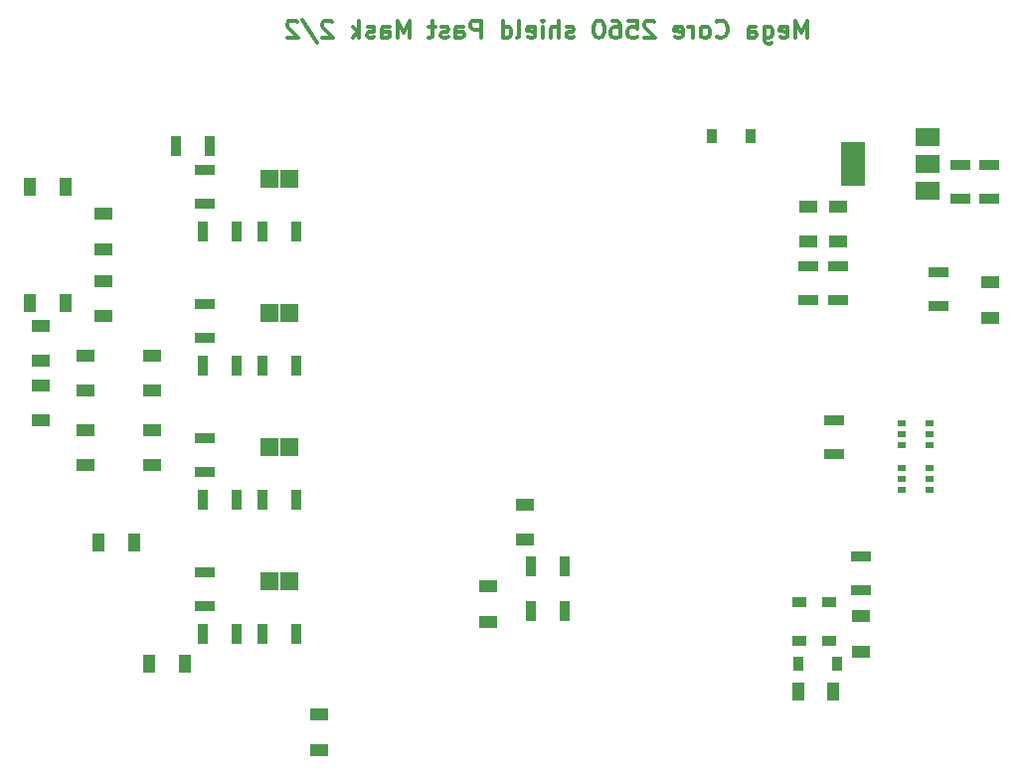
<source format=gbr>
G04 #@! TF.GenerationSoftware,KiCad,Pcbnew,(5.0.2)-1*
G04 #@! TF.CreationDate,2019-09-02T11:04:32+02:00*
G04 #@! TF.ProjectId,Mega_2560 core mini_full_2.2,4d656761-5f32-4353-9630-20636f726520,2.2*
G04 #@! TF.SameCoordinates,Original*
G04 #@! TF.FileFunction,Paste,Bot*
G04 #@! TF.FilePolarity,Positive*
%FSLAX46Y46*%
G04 Gerber Fmt 4.6, Leading zero omitted, Abs format (unit mm)*
G04 Created by KiCad (PCBNEW (5.0.2)-1) date 02/09/2019 11:04:32*
%MOMM*%
%LPD*%
G01*
G04 APERTURE LIST*
%ADD10C,0.300000*%
%ADD11R,1.000000X1.600000*%
%ADD12R,1.200000X0.900000*%
%ADD13R,0.800000X0.550000*%
%ADD14R,1.700000X0.900000*%
%ADD15R,0.900000X1.700000*%
%ADD16R,0.900000X1.200000*%
%ADD17R,1.600000X1.000000*%
%ADD18R,2.000000X3.800000*%
%ADD19R,2.000000X1.500000*%
%ADD20R,1.524000X1.524000*%
G04 APERTURE END LIST*
D10*
X208639662Y-58113051D02*
X208639662Y-56613051D01*
X208139662Y-57684480D01*
X207639662Y-56613051D01*
X207639662Y-58113051D01*
X206353948Y-58041622D02*
X206496805Y-58113051D01*
X206782520Y-58113051D01*
X206925377Y-58041622D01*
X206996805Y-57898765D01*
X206996805Y-57327337D01*
X206925377Y-57184480D01*
X206782520Y-57113051D01*
X206496805Y-57113051D01*
X206353948Y-57184480D01*
X206282520Y-57327337D01*
X206282520Y-57470194D01*
X206996805Y-57613051D01*
X204996805Y-57113051D02*
X204996805Y-58327337D01*
X205068234Y-58470194D01*
X205139662Y-58541622D01*
X205282520Y-58613051D01*
X205496805Y-58613051D01*
X205639662Y-58541622D01*
X204996805Y-58041622D02*
X205139662Y-58113051D01*
X205425377Y-58113051D01*
X205568234Y-58041622D01*
X205639662Y-57970194D01*
X205711091Y-57827337D01*
X205711091Y-57398765D01*
X205639662Y-57255908D01*
X205568234Y-57184480D01*
X205425377Y-57113051D01*
X205139662Y-57113051D01*
X204996805Y-57184480D01*
X203639662Y-58113051D02*
X203639662Y-57327337D01*
X203711091Y-57184480D01*
X203853948Y-57113051D01*
X204139662Y-57113051D01*
X204282520Y-57184480D01*
X203639662Y-58041622D02*
X203782520Y-58113051D01*
X204139662Y-58113051D01*
X204282520Y-58041622D01*
X204353948Y-57898765D01*
X204353948Y-57755908D01*
X204282520Y-57613051D01*
X204139662Y-57541622D01*
X203782520Y-57541622D01*
X203639662Y-57470194D01*
X200925377Y-57970194D02*
X200996805Y-58041622D01*
X201211091Y-58113051D01*
X201353948Y-58113051D01*
X201568234Y-58041622D01*
X201711091Y-57898765D01*
X201782520Y-57755908D01*
X201853948Y-57470194D01*
X201853948Y-57255908D01*
X201782520Y-56970194D01*
X201711091Y-56827337D01*
X201568234Y-56684480D01*
X201353948Y-56613051D01*
X201211091Y-56613051D01*
X200996805Y-56684480D01*
X200925377Y-56755908D01*
X200068234Y-58113051D02*
X200211091Y-58041622D01*
X200282520Y-57970194D01*
X200353948Y-57827337D01*
X200353948Y-57398765D01*
X200282520Y-57255908D01*
X200211091Y-57184480D01*
X200068234Y-57113051D01*
X199853948Y-57113051D01*
X199711091Y-57184480D01*
X199639662Y-57255908D01*
X199568234Y-57398765D01*
X199568234Y-57827337D01*
X199639662Y-57970194D01*
X199711091Y-58041622D01*
X199853948Y-58113051D01*
X200068234Y-58113051D01*
X198925377Y-58113051D02*
X198925377Y-57113051D01*
X198925377Y-57398765D02*
X198853948Y-57255908D01*
X198782520Y-57184480D01*
X198639662Y-57113051D01*
X198496805Y-57113051D01*
X197425377Y-58041622D02*
X197568234Y-58113051D01*
X197853948Y-58113051D01*
X197996805Y-58041622D01*
X198068234Y-57898765D01*
X198068234Y-57327337D01*
X197996805Y-57184480D01*
X197853948Y-57113051D01*
X197568234Y-57113051D01*
X197425377Y-57184480D01*
X197353948Y-57327337D01*
X197353948Y-57470194D01*
X198068234Y-57613051D01*
X195639662Y-56755908D02*
X195568234Y-56684480D01*
X195425377Y-56613051D01*
X195068234Y-56613051D01*
X194925377Y-56684480D01*
X194853948Y-56755908D01*
X194782520Y-56898765D01*
X194782520Y-57041622D01*
X194853948Y-57255908D01*
X195711091Y-58113051D01*
X194782520Y-58113051D01*
X193425377Y-56613051D02*
X194139662Y-56613051D01*
X194211091Y-57327337D01*
X194139662Y-57255908D01*
X193996805Y-57184480D01*
X193639662Y-57184480D01*
X193496805Y-57255908D01*
X193425377Y-57327337D01*
X193353948Y-57470194D01*
X193353948Y-57827337D01*
X193425377Y-57970194D01*
X193496805Y-58041622D01*
X193639662Y-58113051D01*
X193996805Y-58113051D01*
X194139662Y-58041622D01*
X194211091Y-57970194D01*
X192068234Y-56613051D02*
X192353948Y-56613051D01*
X192496805Y-56684480D01*
X192568234Y-56755908D01*
X192711091Y-56970194D01*
X192782520Y-57255908D01*
X192782520Y-57827337D01*
X192711091Y-57970194D01*
X192639662Y-58041622D01*
X192496805Y-58113051D01*
X192211091Y-58113051D01*
X192068234Y-58041622D01*
X191996805Y-57970194D01*
X191925377Y-57827337D01*
X191925377Y-57470194D01*
X191996805Y-57327337D01*
X192068234Y-57255908D01*
X192211091Y-57184480D01*
X192496805Y-57184480D01*
X192639662Y-57255908D01*
X192711091Y-57327337D01*
X192782520Y-57470194D01*
X190996805Y-56613051D02*
X190853948Y-56613051D01*
X190711091Y-56684480D01*
X190639662Y-56755908D01*
X190568234Y-56898765D01*
X190496805Y-57184480D01*
X190496805Y-57541622D01*
X190568234Y-57827337D01*
X190639662Y-57970194D01*
X190711091Y-58041622D01*
X190853948Y-58113051D01*
X190996805Y-58113051D01*
X191139662Y-58041622D01*
X191211091Y-57970194D01*
X191282520Y-57827337D01*
X191353948Y-57541622D01*
X191353948Y-57184480D01*
X191282520Y-56898765D01*
X191211091Y-56755908D01*
X191139662Y-56684480D01*
X190996805Y-56613051D01*
X188782520Y-58041622D02*
X188639662Y-58113051D01*
X188353948Y-58113051D01*
X188211091Y-58041622D01*
X188139662Y-57898765D01*
X188139662Y-57827337D01*
X188211091Y-57684480D01*
X188353948Y-57613051D01*
X188568234Y-57613051D01*
X188711091Y-57541622D01*
X188782520Y-57398765D01*
X188782520Y-57327337D01*
X188711091Y-57184480D01*
X188568234Y-57113051D01*
X188353948Y-57113051D01*
X188211091Y-57184480D01*
X187496805Y-58113051D02*
X187496805Y-56613051D01*
X186853948Y-58113051D02*
X186853948Y-57327337D01*
X186925377Y-57184480D01*
X187068234Y-57113051D01*
X187282520Y-57113051D01*
X187425377Y-57184480D01*
X187496805Y-57255908D01*
X186139662Y-58113051D02*
X186139662Y-57113051D01*
X186139662Y-56613051D02*
X186211091Y-56684480D01*
X186139662Y-56755908D01*
X186068234Y-56684480D01*
X186139662Y-56613051D01*
X186139662Y-56755908D01*
X184853948Y-58041622D02*
X184996805Y-58113051D01*
X185282520Y-58113051D01*
X185425377Y-58041622D01*
X185496805Y-57898765D01*
X185496805Y-57327337D01*
X185425377Y-57184480D01*
X185282520Y-57113051D01*
X184996805Y-57113051D01*
X184853948Y-57184480D01*
X184782520Y-57327337D01*
X184782520Y-57470194D01*
X185496805Y-57613051D01*
X183925377Y-58113051D02*
X184068234Y-58041622D01*
X184139662Y-57898765D01*
X184139662Y-56613051D01*
X182711091Y-58113051D02*
X182711091Y-56613051D01*
X182711091Y-58041622D02*
X182853948Y-58113051D01*
X183139662Y-58113051D01*
X183282520Y-58041622D01*
X183353948Y-57970194D01*
X183425377Y-57827337D01*
X183425377Y-57398765D01*
X183353948Y-57255908D01*
X183282520Y-57184480D01*
X183139662Y-57113051D01*
X182853948Y-57113051D01*
X182711091Y-57184480D01*
X180853948Y-58113051D02*
X180853948Y-56613051D01*
X180282520Y-56613051D01*
X180139662Y-56684480D01*
X180068234Y-56755908D01*
X179996805Y-56898765D01*
X179996805Y-57113051D01*
X180068234Y-57255908D01*
X180139662Y-57327337D01*
X180282520Y-57398765D01*
X180853948Y-57398765D01*
X178711091Y-58113051D02*
X178711091Y-57327337D01*
X178782520Y-57184480D01*
X178925377Y-57113051D01*
X179211091Y-57113051D01*
X179353948Y-57184480D01*
X178711091Y-58041622D02*
X178853948Y-58113051D01*
X179211091Y-58113051D01*
X179353948Y-58041622D01*
X179425377Y-57898765D01*
X179425377Y-57755908D01*
X179353948Y-57613051D01*
X179211091Y-57541622D01*
X178853948Y-57541622D01*
X178711091Y-57470194D01*
X178068234Y-58041622D02*
X177925377Y-58113051D01*
X177639662Y-58113051D01*
X177496805Y-58041622D01*
X177425377Y-57898765D01*
X177425377Y-57827337D01*
X177496805Y-57684480D01*
X177639662Y-57613051D01*
X177853948Y-57613051D01*
X177996805Y-57541622D01*
X178068234Y-57398765D01*
X178068234Y-57327337D01*
X177996805Y-57184480D01*
X177853948Y-57113051D01*
X177639662Y-57113051D01*
X177496805Y-57184480D01*
X176996805Y-57113051D02*
X176425377Y-57113051D01*
X176782520Y-56613051D02*
X176782520Y-57898765D01*
X176711091Y-58041622D01*
X176568234Y-58113051D01*
X176425377Y-58113051D01*
X174782520Y-58113051D02*
X174782520Y-56613051D01*
X174282520Y-57684480D01*
X173782520Y-56613051D01*
X173782520Y-58113051D01*
X172425377Y-58113051D02*
X172425377Y-57327337D01*
X172496805Y-57184480D01*
X172639662Y-57113051D01*
X172925377Y-57113051D01*
X173068234Y-57184480D01*
X172425377Y-58041622D02*
X172568234Y-58113051D01*
X172925377Y-58113051D01*
X173068234Y-58041622D01*
X173139662Y-57898765D01*
X173139662Y-57755908D01*
X173068234Y-57613051D01*
X172925377Y-57541622D01*
X172568234Y-57541622D01*
X172425377Y-57470194D01*
X171782520Y-58041622D02*
X171639662Y-58113051D01*
X171353948Y-58113051D01*
X171211091Y-58041622D01*
X171139662Y-57898765D01*
X171139662Y-57827337D01*
X171211091Y-57684480D01*
X171353948Y-57613051D01*
X171568234Y-57613051D01*
X171711091Y-57541622D01*
X171782520Y-57398765D01*
X171782520Y-57327337D01*
X171711091Y-57184480D01*
X171568234Y-57113051D01*
X171353948Y-57113051D01*
X171211091Y-57184480D01*
X170496805Y-58113051D02*
X170496805Y-56613051D01*
X170353948Y-57541622D02*
X169925377Y-58113051D01*
X169925377Y-57113051D02*
X170496805Y-57684480D01*
X168211091Y-56755908D02*
X168139662Y-56684480D01*
X167996805Y-56613051D01*
X167639662Y-56613051D01*
X167496805Y-56684480D01*
X167425377Y-56755908D01*
X167353948Y-56898765D01*
X167353948Y-57041622D01*
X167425377Y-57255908D01*
X168282520Y-58113051D01*
X167353948Y-58113051D01*
X165639662Y-56541622D02*
X166925377Y-58470194D01*
X165211091Y-56755908D02*
X165139662Y-56684480D01*
X164996805Y-56613051D01*
X164639662Y-56613051D01*
X164496805Y-56684480D01*
X164425377Y-56755908D01*
X164353948Y-56898765D01*
X164353948Y-57041622D01*
X164425377Y-57255908D01*
X165282520Y-58113051D01*
X164353948Y-58113051D01*
D11*
G04 #@! TO.C,C2*
X207868520Y-113822480D03*
X210868520Y-113822480D03*
G04 #@! TD*
D12*
G04 #@! TO.C,D3*
X207995520Y-109503480D03*
X207995520Y-106203480D03*
G04 #@! TD*
G04 #@! TO.C,D2*
X210535520Y-106203480D03*
X210535520Y-109503480D03*
G04 #@! TD*
D13*
G04 #@! TO.C,U2*
X219101520Y-94711480D03*
X219101520Y-95661480D03*
X219101520Y-96611480D03*
X216701520Y-96611480D03*
X216701520Y-95661480D03*
X216701520Y-94711480D03*
G04 #@! TD*
G04 #@! TO.C,U3*
X219101520Y-90901480D03*
X219101520Y-91851480D03*
X219101520Y-92801480D03*
X216701520Y-92801480D03*
X216701520Y-91851480D03*
X216701520Y-90901480D03*
G04 #@! TD*
D14*
G04 #@! TO.C,R18*
X210916520Y-90655480D03*
X210916520Y-93555480D03*
G04 #@! TD*
D15*
G04 #@! TO.C,R10*
X154856520Y-67340480D03*
X157756520Y-67340480D03*
G04 #@! TD*
D14*
G04 #@! TO.C,R2*
X219806520Y-80982480D03*
X219806520Y-78082480D03*
G04 #@! TD*
D16*
G04 #@! TO.C,D1*
X211169520Y-111409480D03*
X207869520Y-111409480D03*
G04 #@! TD*
D17*
G04 #@! TO.C,C10*
X213202520Y-110369480D03*
X213202520Y-107369480D03*
G04 #@! TD*
D14*
G04 #@! TO.C,R5*
X213202520Y-102265480D03*
X213202520Y-105165480D03*
G04 #@! TD*
D17*
G04 #@! TO.C,C31*
X224251520Y-78921480D03*
X224251520Y-81921480D03*
G04 #@! TD*
D14*
G04 #@! TO.C,R41*
X224124520Y-71838480D03*
X224124520Y-68938480D03*
G04 #@! TD*
G04 #@! TO.C,R43*
X221711520Y-68938480D03*
X221711520Y-71838480D03*
G04 #@! TD*
G04 #@! TO.C,R16*
X211297520Y-80474480D03*
X211297520Y-77574480D03*
G04 #@! TD*
G04 #@! TO.C,R17*
X208757520Y-80474480D03*
X208757520Y-77574480D03*
G04 #@! TD*
D17*
G04 #@! TO.C,C38*
X211297520Y-72444480D03*
X211297520Y-75444480D03*
G04 #@! TD*
G04 #@! TO.C,C5*
X208757520Y-72444480D03*
X208757520Y-75444480D03*
G04 #@! TD*
D18*
G04 #@! TO.C,U5*
X212592520Y-68864480D03*
D19*
X218892520Y-68864480D03*
X218892520Y-71164480D03*
X218892520Y-66564480D03*
G04 #@! TD*
D16*
G04 #@! TO.C,D6*
X203803520Y-66451480D03*
X200503520Y-66451480D03*
G04 #@! TD*
D17*
G04 #@! TO.C,C22*
X184627520Y-97844480D03*
X184627520Y-100844480D03*
G04 #@! TD*
D15*
G04 #@! TO.C,R20*
X185082520Y-103154480D03*
X187982520Y-103154480D03*
G04 #@! TD*
G04 #@! TO.C,R15*
X185082520Y-106964480D03*
X187982520Y-106964480D03*
G04 #@! TD*
D17*
G04 #@! TO.C,C23*
X181452520Y-104829480D03*
X181452520Y-107829480D03*
G04 #@! TD*
G04 #@! TO.C,C19*
X167101520Y-115751480D03*
X167101520Y-118751480D03*
G04 #@! TD*
D14*
G04 #@! TO.C,R35*
X157322520Y-106509480D03*
X157322520Y-103609480D03*
G04 #@! TD*
D11*
G04 #@! TO.C,C12*
X152647520Y-111409480D03*
X155647520Y-111409480D03*
G04 #@! TD*
G04 #@! TO.C,C13*
X151329520Y-101122480D03*
X148329520Y-101122480D03*
G04 #@! TD*
D15*
G04 #@! TO.C,R34*
X162222520Y-97439480D03*
X165122520Y-97439480D03*
G04 #@! TD*
D14*
G04 #@! TO.C,R32*
X157322520Y-95079480D03*
X157322520Y-92179480D03*
G04 #@! TD*
D17*
G04 #@! TO.C,C45*
X152877520Y-94494480D03*
X152877520Y-91494480D03*
G04 #@! TD*
G04 #@! TO.C,C44*
X147162520Y-94494480D03*
X147162520Y-91494480D03*
G04 #@! TD*
G04 #@! TO.C,C43*
X147162520Y-85144480D03*
X147162520Y-88144480D03*
G04 #@! TD*
G04 #@! TO.C,C46*
X152877520Y-85144480D03*
X152877520Y-88144480D03*
G04 #@! TD*
D15*
G04 #@! TO.C,R31*
X162222520Y-86009480D03*
X165122520Y-86009480D03*
G04 #@! TD*
D14*
G04 #@! TO.C,R29*
X157322520Y-83649480D03*
X157322520Y-80749480D03*
G04 #@! TD*
D15*
G04 #@! TO.C,R11*
X157142520Y-74579480D03*
X160042520Y-74579480D03*
G04 #@! TD*
G04 #@! TO.C,R28*
X162222520Y-74579480D03*
X165122520Y-74579480D03*
G04 #@! TD*
D11*
G04 #@! TO.C,C11*
X145487520Y-80675480D03*
X142487520Y-80675480D03*
G04 #@! TD*
D17*
G04 #@! TO.C,C42*
X143352520Y-85604480D03*
X143352520Y-82604480D03*
G04 #@! TD*
G04 #@! TO.C,C17*
X148686520Y-78794480D03*
X148686520Y-81794480D03*
G04 #@! TD*
G04 #@! TO.C,C16*
X148686520Y-76079480D03*
X148686520Y-73079480D03*
G04 #@! TD*
D14*
G04 #@! TO.C,R26*
X157322520Y-72219480D03*
X157322520Y-69319480D03*
G04 #@! TD*
D11*
G04 #@! TO.C,C9*
X145487520Y-70769480D03*
X142487520Y-70769480D03*
G04 #@! TD*
D15*
G04 #@! TO.C,R12*
X157142520Y-86009480D03*
X160042520Y-86009480D03*
G04 #@! TD*
G04 #@! TO.C,R13*
X157142520Y-97439480D03*
X160042520Y-97439480D03*
G04 #@! TD*
G04 #@! TO.C,R37*
X162222520Y-108869480D03*
X165122520Y-108869480D03*
G04 #@! TD*
G04 #@! TO.C,R14*
X157142520Y-108869480D03*
X160042520Y-108869480D03*
G04 #@! TD*
D20*
G04 #@! TO.C,W1*
X164571680Y-70134480D03*
X162872420Y-70134480D03*
G04 #@! TD*
G04 #@! TO.C,W2*
X164571680Y-81564480D03*
X162872420Y-81564480D03*
G04 #@! TD*
G04 #@! TO.C,W3*
X164571680Y-92994480D03*
X162872420Y-92994480D03*
G04 #@! TD*
G04 #@! TO.C,W4*
X164571680Y-104424480D03*
X162872420Y-104424480D03*
G04 #@! TD*
D17*
G04 #@! TO.C,C4*
X143352520Y-90684480D03*
X143352520Y-87684480D03*
G04 #@! TD*
M02*

</source>
